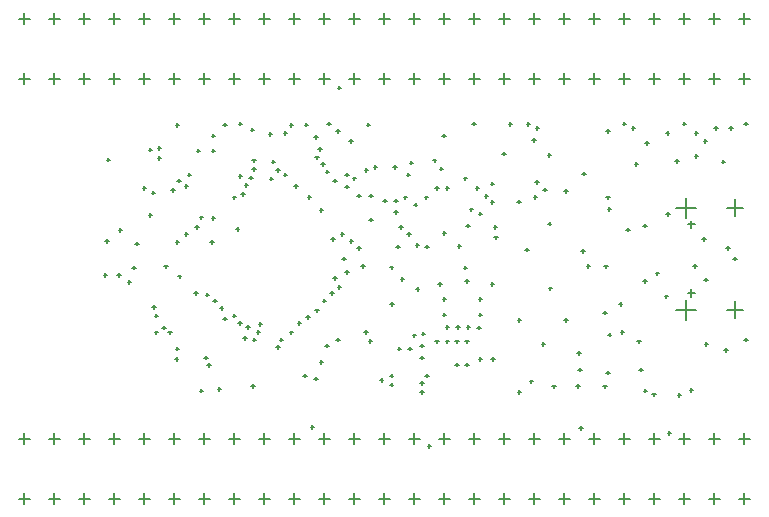
<source format=gbr>
%TF.GenerationSoftware,Altium Limited,Altium Designer,19.0.15 (446)*%
G04 Layer_Color=128*
%FSLAX45Y45*%
%MOMM*%
%TF.FileFunction,Drillmap*%
%TF.Part,Single*%
G01*
G75*
%TA.AperFunction,NonConductor*%
%ADD90C,0.12700*%
D90*
X7067000Y8636000D02*
X7157000D01*
X7112000Y8591000D02*
Y8681000D01*
X6559000Y8636000D02*
X6649000D01*
X6604000Y8591000D02*
Y8681000D01*
X6813000Y8636000D02*
X6903000D01*
X6858000Y8591000D02*
Y8681000D01*
X6305000Y8636000D02*
X6395000D01*
X6350000Y8591000D02*
Y8681000D01*
X7321000Y8636000D02*
X7411000D01*
X7366000Y8591000D02*
Y8681000D01*
X7829000Y8636000D02*
X7919000D01*
X7874000Y8591000D02*
Y8681000D01*
X7575000Y8636000D02*
X7665000D01*
X7620000Y8591000D02*
Y8681000D01*
X9607000Y8636000D02*
X9697000D01*
X9652000Y8591000D02*
Y8681000D01*
X9353000Y8636000D02*
X9443000D01*
X9398000Y8591000D02*
Y8681000D01*
X9861000Y8636000D02*
X9951000D01*
X9906000Y8591000D02*
Y8681000D01*
X10115000Y8636000D02*
X10205000D01*
X10160000Y8591000D02*
Y8681000D01*
X9099000Y8636000D02*
X9189000D01*
X9144000Y8591000D02*
Y8681000D01*
X8845000Y8636000D02*
X8935000D01*
X8890000Y8591000D02*
Y8681000D01*
X8337000Y8636000D02*
X8427000D01*
X8382000Y8591000D02*
Y8681000D01*
X8591000Y8636000D02*
X8681000D01*
X8636000Y8591000D02*
Y8681000D01*
X8083000Y8636000D02*
X8173000D01*
X8128000Y8591000D02*
Y8681000D01*
X10369000Y8636000D02*
X10459000D01*
X10414000Y8591000D02*
Y8681000D01*
X10877000Y8636000D02*
X10967000D01*
X10922000Y8591000D02*
Y8681000D01*
X10623000Y8636000D02*
X10713000D01*
X10668000Y8591000D02*
Y8681000D01*
X11131000Y8636000D02*
X11221000D01*
X11176000Y8591000D02*
Y8681000D01*
X11385000Y8636000D02*
X11475000D01*
X11430000Y8591000D02*
Y8681000D01*
X12401000Y8636000D02*
X12491000D01*
X12446000Y8591000D02*
Y8681000D01*
X12147000Y8636000D02*
X12237000D01*
X12192000Y8591000D02*
Y8681000D01*
X11639000Y8636000D02*
X11729000D01*
X11684000Y8591000D02*
Y8681000D01*
X11893000Y8636000D02*
X11983000D01*
X11938000Y8591000D02*
Y8681000D01*
X7067000Y5080000D02*
X7157000D01*
X7112000Y5035000D02*
Y5125000D01*
X6559000Y5080000D02*
X6649000D01*
X6604000Y5035000D02*
Y5125000D01*
X6813000Y5080000D02*
X6903000D01*
X6858000Y5035000D02*
Y5125000D01*
X6305000Y5080000D02*
X6395000D01*
X6350000Y5035000D02*
Y5125000D01*
X7321000Y5080000D02*
X7411000D01*
X7366000Y5035000D02*
Y5125000D01*
X7829000Y5080000D02*
X7919000D01*
X7874000Y5035000D02*
Y5125000D01*
X7575000Y5080000D02*
X7665000D01*
X7620000Y5035000D02*
Y5125000D01*
X9607000Y5080000D02*
X9697000D01*
X9652000Y5035000D02*
Y5125000D01*
X9353000Y5080000D02*
X9443000D01*
X9398000Y5035000D02*
Y5125000D01*
X9861000Y5080000D02*
X9951000D01*
X9906000Y5035000D02*
Y5125000D01*
X10115000Y5080000D02*
X10205000D01*
X10160000Y5035000D02*
Y5125000D01*
X9099000Y5080000D02*
X9189000D01*
X9144000Y5035000D02*
Y5125000D01*
X8845000Y5080000D02*
X8935000D01*
X8890000Y5035000D02*
Y5125000D01*
X8337000Y5080000D02*
X8427000D01*
X8382000Y5035000D02*
Y5125000D01*
X8591000Y5080000D02*
X8681000D01*
X8636000Y5035000D02*
Y5125000D01*
X8083000Y5080000D02*
X8173000D01*
X8128000Y5035000D02*
Y5125000D01*
X10369000Y5080000D02*
X10459000D01*
X10414000Y5035000D02*
Y5125000D01*
X10877000Y5080000D02*
X10967000D01*
X10922000Y5035000D02*
Y5125000D01*
X10623000Y5080000D02*
X10713000D01*
X10668000Y5035000D02*
Y5125000D01*
X11131000Y5080000D02*
X11221000D01*
X11176000Y5035000D02*
Y5125000D01*
X11385000Y5080000D02*
X11475000D01*
X11430000Y5035000D02*
Y5125000D01*
X12401000Y5080000D02*
X12491000D01*
X12446000Y5035000D02*
Y5125000D01*
X12147000Y5080000D02*
X12237000D01*
X12192000Y5035000D02*
Y5125000D01*
X11639000Y5080000D02*
X11729000D01*
X11684000Y5035000D02*
Y5125000D01*
X11893000Y5080000D02*
X11983000D01*
X11938000Y5035000D02*
Y5125000D01*
X7067000Y9144000D02*
X7157000D01*
X7112000Y9099000D02*
Y9189000D01*
X6559000Y9144000D02*
X6649000D01*
X6604000Y9099000D02*
Y9189000D01*
X6813000Y9144000D02*
X6903000D01*
X6858000Y9099000D02*
Y9189000D01*
X6305000Y9144000D02*
X6395000D01*
X6350000Y9099000D02*
Y9189000D01*
X7321000Y9144000D02*
X7411000D01*
X7366000Y9099000D02*
Y9189000D01*
X7829000Y9144000D02*
X7919000D01*
X7874000Y9099000D02*
Y9189000D01*
X7575000Y9144000D02*
X7665000D01*
X7620000Y9099000D02*
Y9189000D01*
X9607000Y9144000D02*
X9697000D01*
X9652000Y9099000D02*
Y9189000D01*
X9353000Y9144000D02*
X9443000D01*
X9398000Y9099000D02*
Y9189000D01*
X9861000Y9144000D02*
X9951000D01*
X9906000Y9099000D02*
Y9189000D01*
X10115000Y9144000D02*
X10205000D01*
X10160000Y9099000D02*
Y9189000D01*
X9099000Y9144000D02*
X9189000D01*
X9144000Y9099000D02*
Y9189000D01*
X8845000Y9144000D02*
X8935000D01*
X8890000Y9099000D02*
Y9189000D01*
X8337000Y9144000D02*
X8427000D01*
X8382000Y9099000D02*
Y9189000D01*
X8591000Y9144000D02*
X8681000D01*
X8636000Y9099000D02*
Y9189000D01*
X8083000Y9144000D02*
X8173000D01*
X8128000Y9099000D02*
Y9189000D01*
X10369000Y9144000D02*
X10459000D01*
X10414000Y9099000D02*
Y9189000D01*
X10877000Y9144000D02*
X10967000D01*
X10922000Y9099000D02*
Y9189000D01*
X10623000Y9144000D02*
X10713000D01*
X10668000Y9099000D02*
Y9189000D01*
X11131000Y9144000D02*
X11221000D01*
X11176000Y9099000D02*
Y9189000D01*
X11385000Y9144000D02*
X11475000D01*
X11430000Y9099000D02*
Y9189000D01*
X12401000Y9144000D02*
X12491000D01*
X12446000Y9099000D02*
Y9189000D01*
X12147000Y9144000D02*
X12237000D01*
X12192000Y9099000D02*
Y9189000D01*
X11639000Y9144000D02*
X11729000D01*
X11684000Y9099000D02*
Y9189000D01*
X11893000Y9144000D02*
X11983000D01*
X11938000Y9099000D02*
Y9189000D01*
X12296250Y7544000D02*
X12436250D01*
X12366250Y7474000D02*
Y7614000D01*
X12296250Y6680000D02*
X12436250D01*
X12366250Y6610000D02*
Y6750000D01*
X11863250Y7544000D02*
X12033250D01*
X11948250Y7459000D02*
Y7629000D01*
X11863250Y6680000D02*
X12033250D01*
X11948250Y6595000D02*
Y6765000D01*
X11965750Y6823000D02*
X12030750D01*
X11998250Y6790500D02*
Y6855500D01*
X11965750Y7401000D02*
X12030750D01*
X11998250Y7368500D02*
Y7433500D01*
X7067000Y5588000D02*
X7157000D01*
X7112000Y5543000D02*
Y5633000D01*
X6559000Y5588000D02*
X6649000D01*
X6604000Y5543000D02*
Y5633000D01*
X6813000Y5588000D02*
X6903000D01*
X6858000Y5543000D02*
Y5633000D01*
X6305000Y5588000D02*
X6395000D01*
X6350000Y5543000D02*
Y5633000D01*
X7321000Y5588000D02*
X7411000D01*
X7366000Y5543000D02*
Y5633000D01*
X7829000Y5588000D02*
X7919000D01*
X7874000Y5543000D02*
Y5633000D01*
X7575000Y5588000D02*
X7665000D01*
X7620000Y5543000D02*
Y5633000D01*
X9607000Y5588000D02*
X9697000D01*
X9652000Y5543000D02*
Y5633000D01*
X9353000Y5588000D02*
X9443000D01*
X9398000Y5543000D02*
Y5633000D01*
X9861000Y5588000D02*
X9951000D01*
X9906000Y5543000D02*
Y5633000D01*
X10115000Y5588000D02*
X10205000D01*
X10160000Y5543000D02*
Y5633000D01*
X9099000Y5588000D02*
X9189000D01*
X9144000Y5543000D02*
Y5633000D01*
X8845000Y5588000D02*
X8935000D01*
X8890000Y5543000D02*
Y5633000D01*
X8337000Y5588000D02*
X8427000D01*
X8382000Y5543000D02*
Y5633000D01*
X8591000Y5588000D02*
X8681000D01*
X8636000Y5543000D02*
Y5633000D01*
X8083000Y5588000D02*
X8173000D01*
X8128000Y5543000D02*
Y5633000D01*
X10369000Y5588000D02*
X10459000D01*
X10414000Y5543000D02*
Y5633000D01*
X10877000Y5588000D02*
X10967000D01*
X10922000Y5543000D02*
Y5633000D01*
X10623000Y5588000D02*
X10713000D01*
X10668000Y5543000D02*
Y5633000D01*
X11131000Y5588000D02*
X11221000D01*
X11176000Y5543000D02*
Y5633000D01*
X11385000Y5588000D02*
X11475000D01*
X11430000Y5543000D02*
Y5633000D01*
X12401000Y5588000D02*
X12491000D01*
X12446000Y5543000D02*
Y5633000D01*
X12147000Y5588000D02*
X12237000D01*
X12192000Y5543000D02*
Y5633000D01*
X11639000Y5588000D02*
X11729000D01*
X11684000Y5543000D02*
Y5633000D01*
X11893000Y5588000D02*
X11983000D01*
X11938000Y5543000D02*
Y5633000D01*
X7922500Y7255026D02*
X7952500D01*
X7937500Y7240026D02*
Y7270026D01*
X7833600Y7461728D02*
X7863600D01*
X7848600Y7446728D02*
Y7476727D01*
X7795500Y7378700D02*
X7825500D01*
X7810500Y7363700D02*
Y7393700D01*
X8140691Y7362703D02*
X8170691D01*
X8155691Y7347703D02*
Y7377703D01*
X7401400Y8035100D02*
X7431400D01*
X7416400Y8020100D02*
Y8050100D01*
X10195800Y6260144D02*
X10225800D01*
X10210800Y6245144D02*
Y6275144D01*
X9589678Y7320596D02*
X9619677D01*
X9604678Y7305597D02*
Y7335596D01*
X8544800Y7823200D02*
X8574800D01*
X8559800Y7808200D02*
Y7838200D01*
X8443200Y7933500D02*
X8473200D01*
X8458200Y7918500D02*
Y7948500D01*
X8481300Y7861300D02*
X8511300D01*
X8496300Y7846300D02*
Y7876300D01*
X8426197Y7790231D02*
X8456196D01*
X8441196Y7775231D02*
Y7805231D01*
X8278100Y7868604D02*
X8308100D01*
X8293100Y7853604D02*
Y7883604D01*
X8252700Y7797200D02*
X8282700D01*
X8267700Y7782200D02*
Y7812200D01*
X8214600Y7734300D02*
X8244600D01*
X8229600Y7719300D02*
Y7749300D01*
X8184321Y7658100D02*
X8214321D01*
X8199321Y7643100D02*
Y7673100D01*
X8946321Y7277100D02*
X8976321D01*
X8961321Y7262100D02*
Y7292100D01*
X9202786Y7048500D02*
X9232786D01*
X9217786Y7033500D02*
Y7063500D01*
X9664197Y6855969D02*
X9694197D01*
X9679197Y6840969D02*
Y6870969D01*
X8938500Y6823000D02*
X8968500D01*
X8953500Y6808000D02*
Y6838000D01*
X8875000Y6756400D02*
X8905000D01*
X8890000Y6741400D02*
Y6771400D01*
X8811500Y6673594D02*
X8841500D01*
X8826500Y6658594D02*
Y6688594D01*
X8735300Y6616700D02*
X8765300D01*
X8750300Y6601700D02*
Y6631700D01*
X9002000Y6870700D02*
X9032000D01*
X9017000Y6855700D02*
Y6885700D01*
X9638038Y6461886D02*
X9668038D01*
X9653038Y6446886D02*
Y6476886D01*
X9040100Y7112925D02*
X9070100D01*
X9055100Y7097925D02*
Y7127925D01*
X9444131Y7036865D02*
X9474131D01*
X9459131Y7021865D02*
Y7051865D01*
X10675330Y7760656D02*
X10705330D01*
X10690330Y7745656D02*
Y7775656D01*
X10741900Y7696200D02*
X10771900D01*
X10756900Y7681200D02*
Y7711200D01*
X9887040Y8154176D02*
X9917040D01*
X9902040Y8139176D02*
Y8169176D01*
X10326808Y7291314D02*
X10356808D01*
X10341808Y7276314D02*
Y7306314D01*
X11039131Y6172200D02*
X11069131D01*
X11054131Y6157200D02*
Y6187200D01*
X10781630Y7408985D02*
X10811630D01*
X10796630Y7393985D02*
Y7423985D01*
X10788541Y6860547D02*
X10818541D01*
X10803541Y6845547D02*
Y6875547D01*
X11033044Y6314970D02*
X11063044D01*
X11048044Y6299970D02*
Y6329970D01*
X10662358Y7631730D02*
X10692358D01*
X10677358Y7616730D02*
Y7646730D01*
X11063574Y7175666D02*
X11093574D01*
X11078574Y7160666D02*
Y7190666D01*
X12351250Y7112925D02*
X12381250D01*
X12366250Y7097925D02*
Y7127925D01*
X11290300Y6469275D02*
X11320300D01*
X11305300Y6454275D02*
Y6484275D01*
X11398639Y6492114D02*
X11428639D01*
X11413639Y6477114D02*
Y6507114D01*
X11447006Y7356997D02*
X11477006D01*
X11462006Y7341997D02*
Y7371997D01*
X11983250Y5997697D02*
X12013250D01*
X11998250Y5982697D02*
Y6012697D01*
X11259302Y7046685D02*
X11289302D01*
X11274302Y7031685D02*
Y7061685D01*
X11665470Y5963100D02*
X11695470D01*
X11680470Y5948100D02*
Y5978100D01*
X11275300Y6146966D02*
X11305300D01*
X11290300Y6131966D02*
Y6161966D01*
X11516600Y7912100D02*
X11546600D01*
X11531600Y7897100D02*
Y7927100D01*
X8963900Y6946900D02*
X8993900D01*
X8978900Y6931900D02*
Y6961900D01*
X9713200Y6477000D02*
X9743200D01*
X9728200Y6462000D02*
Y6492000D01*
X11796980Y5637159D02*
X11826980D01*
X11811980Y5622159D02*
Y5652159D01*
X11553981Y6172200D02*
X11583981D01*
X11568981Y6157200D02*
Y6187200D01*
X11046700Y5676900D02*
X11076700D01*
X11061700Y5661900D02*
Y5691900D01*
X10301574Y6261100D02*
X10331574D01*
X10316574Y6246100D02*
Y6276100D01*
X9264466Y6413500D02*
X9294466D01*
X9279466Y6398500D02*
Y6428500D01*
X9700500Y6375400D02*
X9730500D01*
X9715500Y6360400D02*
Y6390400D01*
X9700500Y6273800D02*
X9730500D01*
X9715500Y6258800D02*
Y6288800D01*
X9745019Y6121400D02*
X9775019D01*
X9760019Y6106400D02*
Y6136400D01*
X9510000Y6350000D02*
X9540000D01*
X9525000Y6335000D02*
Y6365000D01*
X8989300Y6426106D02*
X9019300D01*
X9004300Y6411106D02*
Y6441106D01*
X9700500Y5981700D02*
X9730500D01*
X9715500Y5966700D02*
Y5996700D01*
X8895800Y6375400D02*
X8925800D01*
X8910800Y6360400D02*
Y6390400D01*
X9700500Y6060970D02*
X9730500D01*
X9715500Y6045970D02*
Y6075970D01*
X8662550Y6565900D02*
X8692550D01*
X8677550Y6550900D02*
Y6580900D01*
X8595600Y6487100D02*
X8625600D01*
X8610600Y6472100D02*
Y6502100D01*
X8849600Y6237464D02*
X8879600D01*
X8864600Y6222464D02*
Y6252463D01*
X8510150Y6426200D02*
X8540150D01*
X8525150Y6411200D02*
Y6441200D01*
X7833600Y5994400D02*
X7863600D01*
X7848600Y5979400D02*
Y6009400D01*
X8482881Y6362700D02*
X8512881D01*
X8497881Y6347700D02*
Y6377700D01*
X8805406Y6096000D02*
X8835406D01*
X8820406Y6081000D02*
Y6111000D01*
X8709900Y6121400D02*
X8739900D01*
X8724900Y6106400D02*
Y6136400D01*
X9764000Y5524500D02*
X9794000D01*
X9779000Y5509500D02*
Y5539500D01*
X8269216Y6032500D02*
X8299216D01*
X8284216Y6017500D02*
Y6047500D01*
X8333316Y6556270D02*
X8363316D01*
X8348316Y6541270D02*
Y6571270D01*
X8773400Y5688644D02*
X8803400D01*
X8788400Y5673644D02*
Y5703644D01*
X8201900Y6438900D02*
X8231900D01*
X8216900Y6423900D02*
Y6453900D01*
X8316569Y6489700D02*
X8346569D01*
X8331569Y6474700D02*
Y6504700D01*
X8281600Y6426106D02*
X8311600D01*
X8296600Y6411106D02*
Y6441106D01*
X7871700Y6273800D02*
X7901700D01*
X7886700Y6258800D02*
Y6288800D01*
X8227300Y6532173D02*
X8257300D01*
X8242300Y6517173D02*
Y6547173D01*
X8161754Y6565000D02*
X8191753D01*
X8176754Y6550000D02*
Y6580000D01*
X8113000Y6629400D02*
X8143000D01*
X8128000Y6614400D02*
Y6644400D01*
X8034660Y6604000D02*
X8064660D01*
X8049660Y6589000D02*
Y6619000D01*
X8004500Y6692900D02*
X8034500D01*
X8019500Y6677900D02*
Y6707900D01*
X7947900Y6756400D02*
X7977900D01*
X7962900Y6741400D02*
Y6771400D01*
X7884400Y6807200D02*
X7914400D01*
X7899400Y6792200D02*
Y6822200D01*
X7787173Y6823000D02*
X7817173D01*
X7802173Y6808000D02*
Y6838000D01*
X7623096Y6261100D02*
X7653096D01*
X7638096Y6246100D02*
Y6276100D01*
X7630400Y6350000D02*
X7660400D01*
X7645400Y6335000D02*
Y6365000D01*
X7566900Y6487100D02*
X7596900D01*
X7581900Y6472100D02*
Y6502100D01*
X7516100Y6527800D02*
X7546100D01*
X7531100Y6512800D02*
Y6542800D01*
X7452600Y6487100D02*
X7482600D01*
X7467600Y6472100D02*
Y6502100D01*
X7020800Y6972300D02*
X7050800D01*
X7035800Y6957300D02*
Y6987300D01*
X7135100Y6971728D02*
X7165100D01*
X7150100Y6956728D02*
Y6986728D01*
X7262100Y7035800D02*
X7292100D01*
X7277100Y7020800D02*
Y7050800D01*
X7452600Y6629400D02*
X7482600D01*
X7467600Y6614400D02*
Y6644400D01*
X7433619Y6703100D02*
X7463619D01*
X7448619Y6688100D02*
Y6718100D01*
X7648840Y6960996D02*
X7678840D01*
X7663840Y6945996D02*
Y6975996D01*
X7534941Y7046685D02*
X7564941D01*
X7549941Y7031685D02*
Y7061685D01*
X7224000Y6914010D02*
X7254000D01*
X7239000Y6899010D02*
Y6929010D01*
X7287500Y7239000D02*
X7317500D01*
X7302500Y7224000D02*
Y7254000D01*
X7478000Y8048500D02*
X7508000D01*
X7493000Y8033500D02*
Y8063500D01*
X7427200Y7670800D02*
X7457200D01*
X7442200Y7655800D02*
Y7685800D01*
X7706600Y7320596D02*
X7736600D01*
X7721600Y7305597D02*
Y7335596D01*
X7630400Y8242300D02*
X7660400D01*
X7645400Y8227300D02*
Y8257300D01*
X7630400Y7251700D02*
X7660400D01*
X7645400Y7236700D02*
Y7266700D01*
X7401800Y7480300D02*
X7431800D01*
X7416800Y7465300D02*
Y7495300D01*
X7732000Y7823200D02*
X7762000D01*
X7747000Y7808200D02*
Y7838200D01*
X7643100Y7772400D02*
X7673100D01*
X7658100Y7757400D02*
Y7787400D01*
X7592300Y7691827D02*
X7622300D01*
X7607300Y7676827D02*
Y7706827D01*
X7706600Y7727950D02*
X7736600D01*
X7721600Y7712950D02*
Y7742950D01*
X8113000Y7629630D02*
X8143000D01*
X8128000Y7614630D02*
Y7644630D01*
X7935200Y7454900D02*
X7965200D01*
X7950200Y7439900D02*
Y7469900D01*
X9002956Y8559800D02*
X9032956D01*
X9017956Y8544800D02*
Y8574800D01*
X8417966Y8166100D02*
X8447966D01*
X8432966Y8151100D02*
Y8181100D01*
X8595600Y8242300D02*
X8625600D01*
X8610600Y8227300D02*
Y8257300D01*
X8278100Y7944431D02*
X8308100D01*
X8293100Y7929431D02*
Y7959431D01*
X8163800Y8255000D02*
X8193800D01*
X8178800Y8240000D02*
Y8270000D01*
X8265400Y8204200D02*
X8295400D01*
X8280400Y8189200D02*
Y8219200D01*
X8163800Y7810500D02*
X8193800D01*
X8178800Y7795500D02*
Y7825500D01*
X7935200Y8026400D02*
X7965200D01*
X7950200Y8011400D02*
Y8041400D01*
X8544800Y8173359D02*
X8574800D01*
X8559800Y8158359D02*
Y8188359D01*
X8805406Y8143800D02*
X8835406D01*
X8820406Y8128800D02*
Y8158800D01*
X8836900Y8039100D02*
X8866900D01*
X8851900Y8024100D02*
Y8054100D01*
X8722298Y8246417D02*
X8752298D01*
X8737298Y8231417D02*
Y8261417D01*
X8811500Y7969800D02*
X8841500D01*
X8826500Y7954800D02*
Y7984800D01*
X8913100Y8255000D02*
X8943100D01*
X8928100Y8240000D02*
Y8270000D01*
X8989300Y8193000D02*
X9019300D01*
X9004300Y8178000D02*
Y8208000D01*
X9099397Y8108950D02*
X9129397D01*
X9114397Y8093950D02*
Y8123950D01*
X9560800Y7629630D02*
X9590800D01*
X9575800Y7614630D02*
Y7644630D01*
X9268700Y7645400D02*
X9298700D01*
X9283700Y7630400D02*
Y7660400D01*
X9167100Y7645400D02*
X9197100D01*
X9182100Y7630400D02*
Y7660400D01*
X9386071Y7603439D02*
X9416071D01*
X9401071Y7588439D02*
Y7618439D01*
X9065500Y7721600D02*
X9095500D01*
X9080500Y7706600D02*
Y7736600D01*
X8963900Y7772400D02*
X8993900D01*
X8978900Y7757400D02*
Y7787400D01*
X8900400Y7848600D02*
X8930400D01*
X8915400Y7833600D02*
Y7863600D01*
X9065500Y7823200D02*
X9095500D01*
X9080500Y7808200D02*
Y7838200D01*
X9481529Y7603439D02*
X9511529D01*
X9496529Y7588439D02*
Y7618439D01*
X9522700Y7378700D02*
X9552700D01*
X9537700Y7363700D02*
Y7393700D01*
X9129000Y7791100D02*
X9159000D01*
X9144000Y7776100D02*
Y7806100D01*
X8862300Y7911579D02*
X8892300D01*
X8877300Y7896579D02*
Y7926579D01*
X8633700Y7724897D02*
X8663700D01*
X8648700Y7709897D02*
Y7739897D01*
X10141063Y8255000D02*
X10171062D01*
X10156062Y8240000D02*
Y8270000D01*
X8748000Y7632700D02*
X8778000D01*
X8763000Y7617700D02*
Y7647700D01*
X9230600Y7861300D02*
X9260600D01*
X9245600Y7846300D02*
Y7876300D01*
X9306800Y7886700D02*
X9336800D01*
X9321800Y7871700D02*
Y7901700D01*
X10449800Y8253110D02*
X10479800D01*
X10464800Y8238110D02*
Y8268110D01*
X8849600Y7521727D02*
X8879600D01*
X8864600Y7506727D02*
Y7536727D01*
X10602200Y8253110D02*
X10632200D01*
X10617200Y8238110D02*
Y8268110D01*
X9586200Y7823200D02*
X9616200D01*
X9601200Y7808200D02*
Y7838200D01*
X10678400Y8216900D02*
X10708400D01*
X10693400Y8201900D02*
Y8231900D01*
X10068800Y7791100D02*
X10098800D01*
X10083800Y7776100D02*
Y7806100D01*
X10526000Y5981700D02*
X10556000D01*
X10541000Y5966700D02*
Y5996700D01*
X10627600Y6073100D02*
X10657600D01*
X10642600Y6058100D02*
Y6088100D01*
X10818100Y6031000D02*
X10848100D01*
X10833100Y6016000D02*
Y6046000D01*
X11021300Y6032500D02*
X11051300D01*
X11036300Y6017500D02*
Y6047500D01*
X11249900Y6031000D02*
X11279900D01*
X11264900Y6016000D02*
Y6046000D01*
X11592800Y5994400D02*
X11622800D01*
X11607800Y5979400D02*
Y6009400D01*
X11880750Y5956300D02*
X11910750D01*
X11895750Y5941300D02*
Y5971300D01*
X12277100Y6337300D02*
X12307100D01*
X12292100Y6322300D02*
Y6352300D01*
X12445200Y6426106D02*
X12475200D01*
X12460200Y6411106D02*
Y6441106D01*
X12110025Y6390751D02*
X12140025D01*
X12125025Y6375751D02*
Y6405751D01*
X11695030Y6987000D02*
X11725030D01*
X11710030Y6972000D02*
Y7002000D01*
X12445200Y8254721D02*
X12475200D01*
X12460200Y8239721D02*
Y8269721D01*
X12253200Y7933500D02*
X12283200D01*
X12268200Y7918500D02*
Y7948500D01*
X12024600Y7978670D02*
X12054600D01*
X12039600Y7963670D02*
Y7993670D01*
X11781981Y8175730D02*
X11811980D01*
X11796980Y8160730D02*
Y8190730D01*
X11605500Y8089900D02*
X11635500D01*
X11620500Y8074900D02*
Y8104900D01*
X11275300Y8193753D02*
X11305300D01*
X11290300Y8178754D02*
Y8208753D01*
X10780000Y7987300D02*
X10810000D01*
X10795000Y7972300D02*
Y8002300D01*
X10647939Y8117281D02*
X10677939D01*
X10662939Y8102281D02*
Y8132281D01*
X10395200Y8001000D02*
X10425200D01*
X10410200Y7986000D02*
Y8016000D01*
X9807750Y7944431D02*
X9837750D01*
X9822750Y7929431D02*
Y7959431D01*
X9738353Y7629630D02*
X9768353D01*
X9753353Y7614630D02*
Y7644630D01*
X9648200Y7569200D02*
X9678200D01*
X9663200Y7554200D02*
Y7584200D01*
X9852900Y6896233D02*
X9882900D01*
X9867900Y6881233D02*
Y6911233D01*
X10297470Y6897000D02*
X10327470D01*
X10312470Y6882000D02*
Y6912000D01*
X10081500Y6921081D02*
X10111500D01*
X10096500Y6906081D02*
Y6936081D01*
X10018000Y7219340D02*
X10048000D01*
X10033000Y7204340D02*
Y7234340D01*
X10068800Y7035800D02*
X10098800D01*
X10083800Y7020800D02*
Y7050800D01*
X10092900Y7391307D02*
X10122900D01*
X10107900Y7376307D02*
Y7406307D01*
X9865600Y7874000D02*
X9895600D01*
X9880600Y7859000D02*
Y7889000D01*
X9481529Y7506727D02*
X9511529D01*
X9496529Y7491727D02*
Y7521727D01*
X10297470Y7747000D02*
X10327470D01*
X10312470Y7732000D02*
Y7762000D01*
X9827500Y7708900D02*
X9857500D01*
X9842500Y7693900D02*
Y7723900D01*
X9027400Y7320596D02*
X9057400D01*
X9042400Y7305597D02*
Y7335596D01*
X10170400Y7708900D02*
X10200400D01*
X10185400Y7693900D02*
Y7723900D01*
X9916427Y7708900D02*
X9946427D01*
X9931427Y7693900D02*
Y7723900D01*
X11415000Y8254721D02*
X11445000D01*
X11430000Y8239721D02*
Y8269721D01*
X10246600Y7642330D02*
X10276600D01*
X10261600Y7627330D02*
Y7657330D01*
X10119600Y7529437D02*
X10149600D01*
X10134600Y7514437D02*
Y7544437D01*
X10297400Y7589783D02*
X10327400D01*
X10312400Y7574783D02*
Y7604783D01*
X10195800Y7493000D02*
X10225800D01*
X10210800Y7478000D02*
Y7508000D01*
X9268700Y7442200D02*
X9298700D01*
X9283700Y7427200D02*
Y7457200D01*
X9247600Y8246417D02*
X9277600D01*
X9262600Y8231417D02*
Y8261417D01*
X9611600Y7924800D02*
X9641600D01*
X9626600Y7909800D02*
Y7939800D01*
X9471900Y7886700D02*
X9501900D01*
X9486900Y7871700D02*
Y7901700D01*
X11491200Y8216900D02*
X11521200D01*
X11506200Y8201900D02*
Y8231900D01*
X9891000Y7327000D02*
X9921000D01*
X9906000Y7312000D02*
Y7342000D01*
X9745019Y7213600D02*
X9775019D01*
X9760019Y7198600D02*
Y7228600D01*
X9103600Y7262900D02*
X9133600D01*
X9118600Y7247900D02*
Y7277900D01*
X10322800Y7378700D02*
X10352800D01*
X10337800Y7363700D02*
Y7393700D01*
X9167100Y7200900D02*
X9197100D01*
X9182100Y7185900D02*
Y7215900D01*
X11923000Y8255000D02*
X11953000D01*
X11938000Y8240000D02*
Y8270000D01*
X9065500Y6997700D02*
X9095500D01*
X9080500Y6982700D02*
Y7012700D01*
X7897100Y6211182D02*
X7927100D01*
X7912100Y6196182D02*
Y6226182D01*
X7986000Y6007100D02*
X8016000D01*
X8001000Y5992100D02*
Y6022100D01*
X10183100Y6527800D02*
X10213100D01*
X10198100Y6512800D02*
Y6542800D01*
X10094200Y6532173D02*
X10124200D01*
X10109200Y6517173D02*
Y6547173D01*
X10005300Y6532173D02*
X10035300D01*
X10020300Y6517173D02*
Y6547173D01*
X9916400Y6532173D02*
X9946400D01*
X9931400Y6517173D02*
Y6547173D01*
X10081500Y6410430D02*
X10111500D01*
X10096500Y6395430D02*
Y6425430D01*
X9998500Y6410430D02*
X10028500D01*
X10013500Y6395430D02*
Y6425430D01*
X9916400Y6410430D02*
X9946400D01*
X9931400Y6395430D02*
Y6425430D01*
X9827500Y6410430D02*
X9857500D01*
X9842500Y6395430D02*
Y6425430D01*
X9359100Y6083300D02*
X9389100D01*
X9374100Y6068300D02*
Y6098300D01*
X9444407Y6045200D02*
X9474407D01*
X9459407Y6030200D02*
Y6060200D01*
X9444407Y6121400D02*
X9474407D01*
X9459407Y6106400D02*
Y6136400D01*
X9598900Y6350000D02*
X9628900D01*
X9613900Y6335000D02*
Y6365000D01*
X9229100Y6491421D02*
X9259100D01*
X9244100Y6476421D02*
Y6506421D01*
X9446500Y6726627D02*
X9476500D01*
X9461500Y6711627D02*
Y6741627D01*
X9535400Y6938759D02*
X9565400D01*
X9550400Y6923759D02*
Y6953759D01*
X7033500Y7262900D02*
X7063500D01*
X7048500Y7247900D02*
Y7277900D01*
X7147800Y7355952D02*
X7177800D01*
X7162800Y7340952D02*
Y7370952D01*
X7351000Y7708900D02*
X7381000D01*
X7366000Y7693900D02*
Y7723900D01*
X7046200Y7950200D02*
X7076200D01*
X7061200Y7935200D02*
Y7965200D01*
X7478000Y7965970D02*
X7508000D01*
X7493000Y7950970D02*
Y7980970D01*
X7808200Y8026400D02*
X7838200D01*
X7823200Y8011400D02*
Y8041400D01*
X7935200Y8153400D02*
X7965200D01*
X7950200Y8138400D02*
Y8168400D01*
X8034660Y8246417D02*
X8064660D01*
X8049660Y8231417D02*
Y8261417D01*
X11288000Y7531100D02*
X11318000D01*
X11303000Y7516100D02*
Y7546100D01*
X11591300Y7391307D02*
X11621300D01*
X11606300Y7376307D02*
Y7406307D01*
X11110200Y7048500D02*
X11140200D01*
X11125200Y7033500D02*
Y7063500D01*
X11249900Y6654800D02*
X11279900D01*
X11264900Y6639800D02*
Y6669800D01*
X12088100Y7277100D02*
X12118100D01*
X12103100Y7262100D02*
Y7292100D01*
X12291300Y7202400D02*
X12321300D01*
X12306300Y7187400D02*
Y7217400D01*
X12011900Y7048500D02*
X12041900D01*
X12026900Y7033500D02*
Y7063500D01*
X12103800Y6934200D02*
X12133800D01*
X12118800Y6919200D02*
Y6949200D01*
X10521627Y7594600D02*
X10551627D01*
X10536627Y7579600D02*
Y7609600D01*
X11538930Y6410430D02*
X11568930D01*
X11553930Y6395430D02*
Y6425430D01*
X10589500Y7188200D02*
X10619500D01*
X10604500Y7173200D02*
Y7203200D01*
X9497300Y7213600D02*
X9527300D01*
X9512300Y7198600D02*
Y7228600D01*
X9662400Y7226300D02*
X9692400D01*
X9677400Y7211300D02*
Y7241300D01*
X10081500Y6213974D02*
X10111500D01*
X10096500Y6198974D02*
Y6228974D01*
X9998500Y6213974D02*
X10028500D01*
X10013500Y6198974D02*
Y6228974D01*
X10195800Y6638238D02*
X10225800D01*
X10210800Y6623238D02*
Y6653238D01*
X10195800Y6772170D02*
X10225800D01*
X10210800Y6757170D02*
Y6787170D01*
X9891000Y6772170D02*
X9921000D01*
X9906000Y6757170D02*
Y6787170D01*
X9891000Y6638238D02*
X9921000D01*
X9906000Y6623238D02*
Y6653238D01*
X10919700Y6591300D02*
X10949700D01*
X10934700Y6576300D02*
Y6606300D01*
X11859500Y7937500D02*
X11889500D01*
X11874500Y7922500D02*
Y7952500D01*
X10919700Y7683500D02*
X10949700D01*
X10934700Y7668500D02*
Y7698500D01*
X12024600Y8175730D02*
X12054600D01*
X12039600Y8160730D02*
Y8190730D01*
X12100800Y8108950D02*
X12130800D01*
X12115800Y8093950D02*
Y8123950D01*
X12189700Y8216900D02*
X12219700D01*
X12204700Y8201900D02*
Y8231900D01*
X12316700Y8216900D02*
X12346700D01*
X12331700Y8201900D02*
Y8231900D01*
X11783300Y7491115D02*
X11813300D01*
X11798300Y7476115D02*
Y7506115D01*
X11770600Y6792000D02*
X11800600D01*
X11785600Y6777000D02*
Y6807000D01*
X11383639Y6726627D02*
X11413639D01*
X11398639Y6711627D02*
Y6741627D01*
X11591300Y6921081D02*
X11621300D01*
X11606300Y6906081D02*
Y6936081D01*
X10526000Y6591300D02*
X10556000D01*
X10541000Y6576300D02*
Y6606300D01*
X10729200Y6388100D02*
X10759200D01*
X10744200Y6373100D02*
Y6403100D01*
X11072100Y7832281D02*
X11102100D01*
X11087100Y7817281D02*
Y7847281D01*
X11275300Y7629630D02*
X11305300D01*
X11290300Y7614630D02*
Y7644630D01*
%TF.MD5,649cfc0c911f7af47fa717b73d9648a5*%
M02*

</source>
